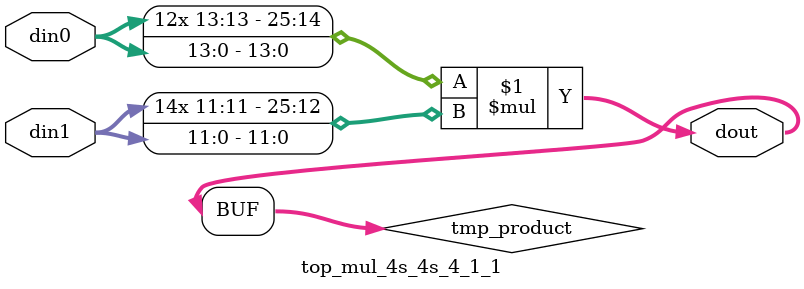
<source format=v>

`timescale 1 ns / 1 ps

  module top_mul_4s_4s_4_1_1(din0, din1, dout);
parameter ID = 1;
parameter NUM_STAGE = 0;
parameter din0_WIDTH = 14;
parameter din1_WIDTH = 12;
parameter dout_WIDTH = 26;

input [din0_WIDTH - 1 : 0] din0; 
input [din1_WIDTH - 1 : 0] din1; 
output [dout_WIDTH - 1 : 0] dout;

wire signed [dout_WIDTH - 1 : 0] tmp_product;













assign tmp_product = $signed(din0) * $signed(din1);








assign dout = tmp_product;







endmodule

</source>
